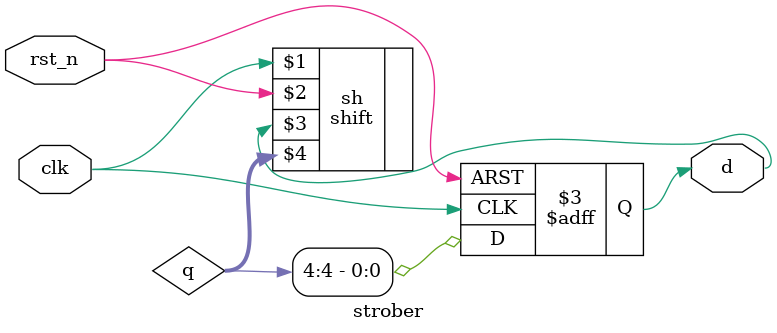
<source format=v>
module strober (input clk,
                input      rst_n,
                output reg d);
   
   wire [5:0]              q;
   shift sh(clk, rst_n, d, q);

   always @(posedge clk, negedge rst_n)
     if (!rst_n)
       d <= 1;
     else
       d <= q[4];

endmodule // strober

</source>
